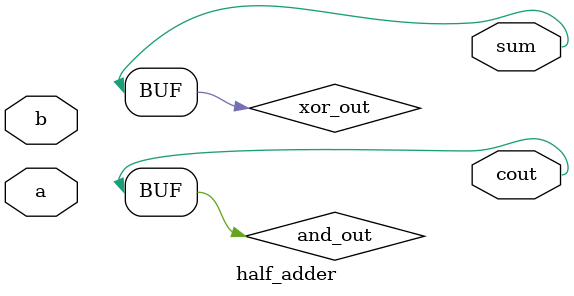
<source format=sv>
module top_module (
	input a,
	input b,
	output sum,
	output cout
);

	// Declare internal wires
	wire sum_wire;
	wire cout_wire;

	// Instantiate the half adder module
	half_adder HA1(
		.a(a),
		.b(b),
		.sum(sum_wire),
		.cout(cout_wire)
	);

	// Assign the outputs of the half adder to the outputs of the top module
	assign sum = sum_wire;
	assign cout = cout_wire;

endmodule
module half_adder (
	input a,
	input b,
	output sum,
	output cout
);

	// Declare internal wires
	wire xor_out;
	wire and_out;

	// Implement XOR and AND gates
	xor XOR1(
		.a(a),
		.b(b),
		.out(xor_out)
	);

	and AND1(
		.a(a),
		.b(b),
		.out(and_out)
	);

	// Generate sum and carry-out
	assign sum = xor_out;
	assign cout = and_out;

endmodule

</source>
